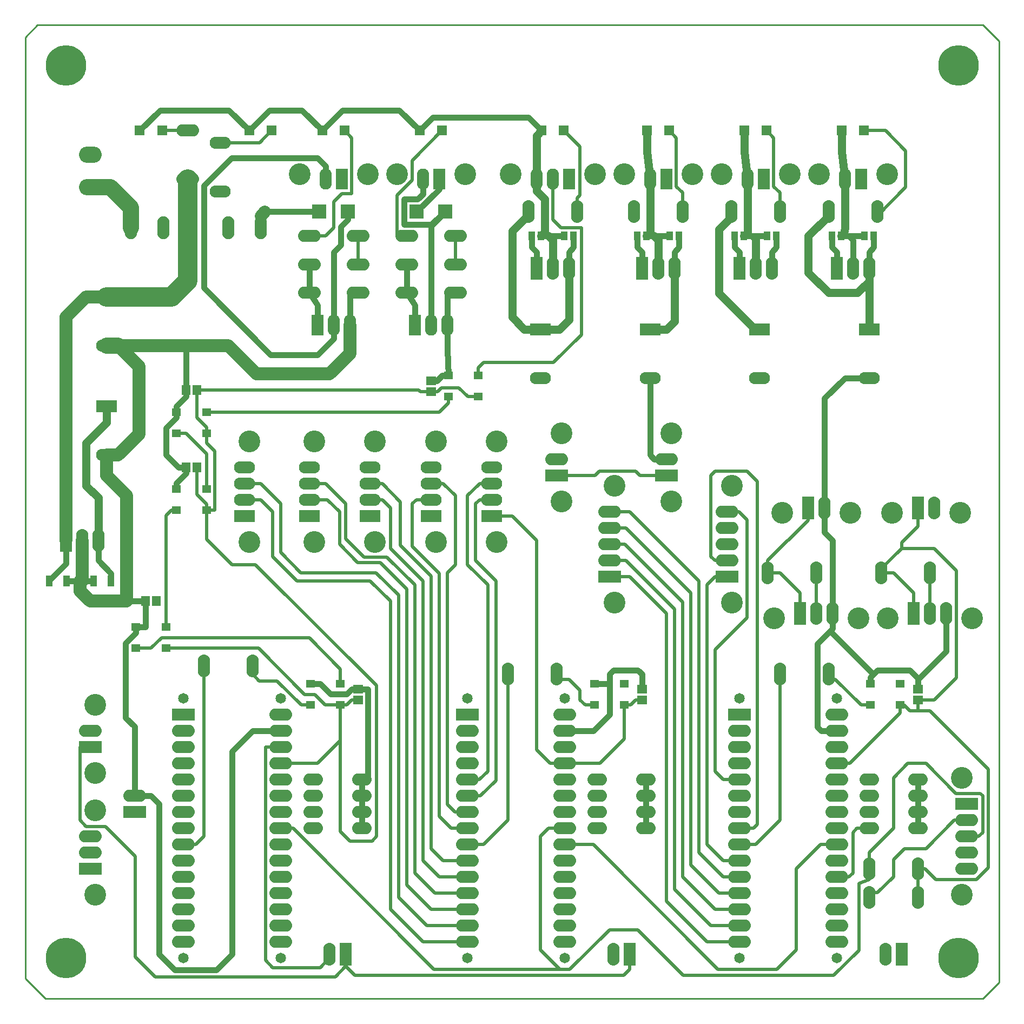
<source format=gbr>
G04 Layer_Physical_Order=1*
G04 Layer_Color=11767835*
%FSLAX45Y45*%
%MOMM*%
%TF.FileFunction,Copper,L1,Top,Signal*%
%TF.Part,Single*%
G01*
G75*
%TA.AperFunction,SMDPad,CuDef*%
%ADD10R,1.52400X1.32080*%
%ADD11R,1.32080X1.52400*%
%ADD12R,1.32080X1.21920*%
%ADD13R,1.10000X1.40000*%
%ADD14R,1.10000X1.70000*%
%ADD15R,1.50000X1.50000*%
%ADD16R,2.30000X2.30000*%
%TA.AperFunction,Conductor*%
%ADD17C,0.88900*%
%ADD18C,0.50800*%
%ADD19C,1.27000*%
%ADD20C,2.03200*%
%ADD21C,2.54000*%
%ADD22C,1.90500*%
%ADD23C,3.04800*%
%TA.AperFunction,NonConductor*%
%ADD24C,0.25400*%
%TA.AperFunction,ComponentPad*%
%ADD25O,1.90500X3.55600*%
%ADD26C,3.40360*%
%ADD27R,1.90500X3.55600*%
%ADD28C,1.65100*%
%ADD29O,3.55600X1.90500*%
%ADD30R,3.55600X1.90500*%
%ADD31R,3.30200X1.90500*%
%ADD32O,3.30200X1.90500*%
%ADD33O,1.90500X3.58140*%
%ADD34O,1.90500X3.30200*%
%ADD35R,1.90500X3.30200*%
%ADD36O,3.55600X1.90500*%
%TA.AperFunction,ViaPad*%
%ADD37C,6.35000*%
%TA.AperFunction,ComponentPad*%
%ADD38O,3.55600X2.54000*%
%ADD39O,3.04800X1.90500*%
D10*
X7747000Y7217501D02*
D03*
Y7388860D02*
D03*
X12192000D02*
D03*
Y7217501D02*
D03*
X16510001D02*
D03*
Y7388860D02*
D03*
X8890000Y12214860D02*
D03*
Y12043501D02*
D03*
D11*
X4422140Y8763000D02*
D03*
X4593499D02*
D03*
X5057140Y10858500D02*
D03*
X5228499D02*
D03*
Y12065000D02*
D03*
X5057140D02*
D03*
D12*
X7003999Y7137502D02*
D03*
Y7467600D02*
D03*
X7475220D02*
D03*
Y7137502D02*
D03*
X5379720Y10185502D02*
D03*
Y10515600D02*
D03*
X4908499D02*
D03*
Y10185502D02*
D03*
X5379720Y11392002D02*
D03*
Y11722100D02*
D03*
X4908499D02*
D03*
Y11392002D02*
D03*
X4273499Y8356600D02*
D03*
Y8026502D02*
D03*
X4744720D02*
D03*
Y8356600D02*
D03*
X9162999Y11963502D02*
D03*
Y12293600D02*
D03*
X9634220Y11963502D02*
D03*
Y12293600D02*
D03*
X11448999Y7467600D02*
D03*
Y7137502D02*
D03*
X11920220D02*
D03*
Y7467600D02*
D03*
X15766998D02*
D03*
Y7137502D02*
D03*
X16238220D02*
D03*
Y7467600D02*
D03*
D13*
X14299001Y14478000D02*
D03*
X14148999D02*
D03*
X13791000D02*
D03*
X13640999D02*
D03*
X12775001D02*
D03*
X12624999D02*
D03*
X12267001D02*
D03*
X12116999D02*
D03*
X11124001D02*
D03*
X10973999D02*
D03*
X10616001D02*
D03*
X10465999D02*
D03*
X15164999D02*
D03*
X15315001D02*
D03*
X15673000D02*
D03*
X15823001D02*
D03*
D14*
X3611499Y9080500D02*
D03*
X3881501D02*
D03*
X3183001D02*
D03*
X2912999D02*
D03*
D15*
X15669000Y16128999D02*
D03*
X15318999D02*
D03*
X14145001D02*
D03*
X13795000D02*
D03*
X12621001D02*
D03*
X12270999D02*
D03*
X10970001D02*
D03*
X10619999D02*
D03*
X9065001D02*
D03*
X8714999D02*
D03*
X7541001D02*
D03*
X7190999D02*
D03*
X6398001D02*
D03*
X6047999D02*
D03*
X4683501D02*
D03*
X4333499D02*
D03*
D16*
X9114998Y14859000D02*
D03*
X8665002D02*
D03*
X7590998D02*
D03*
X7141002D02*
D03*
D17*
X4879340Y2994660D02*
X5534660D01*
X5778500Y3238500D01*
Y6413500D01*
X6096000Y6731000D01*
X6540500D01*
X7315200Y7312660D02*
X7571740D01*
X7647940Y7388860D01*
X7747000D01*
X7907020D01*
Y5969000D01*
X7810500D01*
Y5715000D01*
Y5461000D01*
Y5207000D01*
X7315200Y7312660D02*
X7160260Y7467600D01*
X7003999D01*
X4635500Y5588000D02*
Y3238500D01*
X4879340Y2994660D01*
X4635500Y5588000D02*
X4508500Y5715000D01*
X4254500D01*
Y6799580D01*
X4112260Y6941820D01*
Y8109001D01*
X4273499Y8270240D01*
Y8356600D01*
X4422140D01*
Y8763000D01*
X4127500D01*
X3881501Y9080500D02*
Y9199499D01*
X3683000Y9398000D01*
Y9715500D01*
X3429000Y9080500D02*
X3611499D01*
X3429000D02*
X3397250D01*
X3183001D01*
X2912999D02*
Y9084818D01*
X3175000Y9346819D01*
Y9715500D01*
X4908499Y10515600D02*
Y10612120D01*
X5057140Y10760761D01*
Y10858500D01*
X4937760D01*
X4747260Y11049000D01*
Y11475720D01*
X4908499Y11636959D01*
Y11722100D01*
Y11818620D01*
X5057140Y11967261D01*
Y12065000D01*
Y12722860D01*
X5016500Y12763500D01*
X6383020Y12621260D02*
X7112000D01*
X7366000Y12875259D01*
Y13081000D01*
Y14224001D01*
X7482840Y14340840D01*
Y14628922D01*
X7590998Y14737080D01*
Y14859000D01*
X7141002D02*
X6286500D01*
X6223000Y14795500D02*
Y14605000D01*
X6985000Y14033501D02*
Y13589000D01*
X7112000Y13398500D01*
Y13081000D01*
X7620000D02*
Y13589000D01*
X7747000D01*
X8509000D02*
X8636000Y13398500D01*
Y13081000D01*
X8890000D02*
Y14661449D01*
X8917447D01*
X9114998Y14859000D01*
X8890000Y14661449D01*
X8467451D01*
Y15056551D01*
X8682944D01*
X8763000Y15136607D01*
Y15367000D01*
X9017000Y15210999D02*
Y15367000D01*
Y15210999D02*
X8665002Y14859000D01*
X8509000Y14033501D02*
Y13589000D01*
X9144000Y13081000D02*
Y13589000D01*
X9271000D01*
X9144000Y13081000D02*
Y12706299D01*
X9162999Y12293600D01*
X9065260D01*
X8986520Y12214860D01*
X8890000D01*
X10541000Y13970000D02*
Y14226540D01*
X10465999Y14301541D01*
Y14478000D01*
X10616001D02*
X10731500D01*
X10973999D01*
X11049000Y14226540D02*
X11124001Y14301541D01*
Y14478000D01*
X11049000Y14226540D02*
Y13970000D01*
X10414000Y14813280D02*
Y14859000D01*
X10414259Y16334740D02*
X10619999Y16128999D01*
X10414259Y16334740D02*
X8920739D01*
X8714999Y16128999D01*
X8397499Y16446500D01*
X7508499D01*
X7190999Y16128999D01*
X6873499Y16446500D01*
X6365499D01*
X6047999Y16128999D01*
X5730499Y16446500D01*
X4650999D01*
X4333499Y16128999D01*
X5339080Y15270480D02*
X5765800Y15697200D01*
X7112000D01*
X7239000Y15570200D01*
Y15367000D01*
X5339080Y15270480D02*
Y13665199D01*
X6383020Y12621260D01*
X11448999Y7467600D02*
X11658600D01*
X11684000Y7493000D01*
Y7620000D01*
X11747500Y7683500D01*
X11890375D01*
X12128500D01*
X12192000Y7620000D01*
Y7388860D01*
X11684000Y7493000D02*
Y6985000D01*
X11430000Y6731000D01*
X10985500D01*
X12255500Y5207000D02*
Y5461000D01*
Y5715000D01*
Y5969000D01*
X14935201Y6794500D02*
Y8077200D01*
Y8097520D02*
X15176500Y8338820D01*
Y8572500D01*
Y9712960D01*
X15049500Y9839960D01*
Y10223500D01*
Y11938000D01*
X15367000Y12255500D01*
X15748000D01*
Y13970000D02*
Y14226540D01*
X15823001Y14301541D01*
Y14478000D01*
Y14493240D01*
X15673000Y14478000D02*
X15430499D01*
X15494000Y14414500D01*
Y13970000D01*
X15430499Y14478000D02*
X15315001D01*
X15113000Y14798039D02*
Y14859000D01*
X15164999Y14478000D02*
Y14301541D01*
X15239999Y14226540D01*
Y13970000D01*
X14299001Y14301541D02*
Y14478000D01*
Y14301541D02*
X14224001Y14226540D01*
Y13970000D01*
X14148999Y14478000D02*
X13906500D01*
X13970000Y14414500D01*
X13906500Y14478000D02*
X13791000D01*
X13640999D02*
Y14301541D01*
X13716000Y14226540D01*
Y13970000D01*
X13589000Y14777721D02*
Y14859000D01*
X12775001Y14478000D02*
Y14301541D01*
X12700000Y14226540D01*
Y13970000D01*
X12624999Y14478000D02*
X12382500D01*
X12267001D01*
X12116999D02*
Y14301541D01*
X12192000Y14226540D01*
Y13970000D01*
X12319000Y12255500D02*
Y11049000D01*
X12382500Y10985500D01*
X12573000D01*
X13967461Y13017500D02*
X14033501D01*
X16954500Y8572500D02*
Y7980680D01*
X16510001Y7536180D01*
Y7556500D01*
X16383000Y7683500D01*
X15875000D01*
X15766998Y7575499D01*
X15811501Y7620000D01*
X15156180Y8275320D01*
X15133321D01*
X14935201Y8097520D02*
Y6794500D01*
X14998700Y6731000D01*
X15239999D01*
X15766998Y7467600D02*
Y7575499D01*
X16510001Y7388860D02*
Y7536180D01*
Y5969000D02*
Y5715000D01*
Y5461000D01*
Y5207000D01*
D18*
X4264660Y3192780D02*
X4572000Y2885440D01*
X7393940D01*
X7556500Y3048000D01*
X7698740Y2905760D01*
X11907520D01*
X12001500Y2999740D01*
Y3238500D01*
X12128500Y3619500D02*
X12842239Y2905760D01*
X15194279D01*
X15587981Y3299460D01*
Y4348480D01*
X15748000Y4406900D01*
Y4572000D01*
Y4826000D01*
X16128999Y5207000D01*
Y6002020D01*
X16349980Y6223000D01*
X16636726D01*
X17104086Y5755640D01*
X17485361D01*
X17525999Y5715000D01*
Y5143500D01*
X17462500Y5080000D01*
X17272000D01*
Y5334000D02*
X17081500D01*
X16637000Y4889500D01*
X16299181D01*
X16128999Y4719320D01*
Y4447540D01*
X15882620Y4201160D01*
X15748000D01*
Y4127500D01*
X15430499Y4445000D02*
X15494000Y4508500D01*
Y5143500D01*
X15557500Y5207000D01*
X15748000D01*
X15430499Y4445000D02*
X15239999D01*
Y4953000D02*
X14986000D01*
X14605000Y4572000D01*
Y3302000D01*
X14305280Y3002280D01*
X13380721D01*
X11430000Y4953000D01*
X10985500D01*
Y5207000D02*
X10731500D01*
X10604500Y5080000D01*
Y3304540D01*
X10909300Y2999740D01*
X11064240D01*
X11684000Y3619500D01*
X12128500D01*
X12573000Y4064000D02*
X13208000Y3429000D01*
X13716000D01*
Y3683000D02*
X13271500D01*
X12700000Y4254500D01*
Y8636000D01*
X11938000Y9398000D01*
X11684000D01*
Y9144000D02*
X12001500D01*
X12573000Y8572500D01*
Y4064000D01*
X12827000Y4445000D02*
X13335001Y3937000D01*
X13716000D01*
Y4191000D02*
X13398500D01*
X12953999Y4635500D01*
Y8890000D01*
X11938000Y9906000D01*
X11684000D01*
Y9652000D02*
X11927840D01*
X12827000Y8752840D01*
Y4445000D01*
X13462000D02*
X13716000D01*
X13970000Y4953000D02*
X14350999Y5334000D01*
Y7620000D01*
X15113000D02*
Y7538720D01*
X15219781D01*
X15621001Y7137502D01*
X15766998D01*
X16238220Y7012940D02*
Y7137502D01*
X16293999D01*
X16383000Y7048500D01*
X16510001D01*
X16700500D01*
X17614900Y6134100D01*
Y4592320D01*
X17426939Y4404360D01*
X16789400D01*
X16621761Y4572000D01*
X16510001D01*
Y4127500D01*
X15448280Y6223000D02*
X16238220Y7012940D01*
X16510001Y7048500D02*
Y7217501D01*
X16764000D01*
X17114520Y7568021D01*
Y9237980D01*
X16764000Y9588500D01*
X16256000D01*
Y9682480D01*
X16510001Y9936480D01*
Y10223500D01*
X16256000Y9588500D02*
X15938499Y9271000D01*
Y9207500D01*
X16128999D01*
X16446500Y8890000D01*
Y8572500D01*
X16700500D02*
Y9207500D01*
X14795500Y10030460D02*
Y10223500D01*
Y10030460D02*
X14478000Y9712960D01*
X14475459D01*
X14160500Y9398000D01*
Y9207500D01*
X14350999D01*
X14668500Y8890000D01*
Y8572500D01*
X14922501D02*
Y9207500D01*
X13835381Y10033000D02*
Y8501380D01*
X13335001Y8001000D01*
Y6096000D01*
X13462000Y5969000D01*
X13716000D01*
Y5207000D02*
X13936980D01*
X14000481Y5270500D01*
Y10637520D01*
X13837920Y10800080D01*
X13340080D01*
X13271500Y10731500D01*
Y9461500D01*
X13335001Y9398000D01*
X13525500D01*
Y9144000D02*
X13335001D01*
X13208000Y9017000D01*
Y4953000D01*
X13462000Y4699000D01*
X13716000D01*
Y4953000D02*
X13970000D01*
X13462000Y4445000D02*
X13081000Y4826000D01*
Y9080500D01*
X12001500Y10160000D01*
X11684000D01*
X12158980Y10731500D02*
X12573000D01*
X12158980D02*
X12090400Y10800080D01*
X11526520D01*
X11457940Y10731500D01*
X10858500D01*
X10160000Y10096500D02*
X10541000Y9715500D01*
Y6434176D01*
X10752176Y6223000D01*
X10985500D01*
X11539220D01*
X11920220Y6604000D01*
Y7137502D01*
X12014200D01*
X12094200Y7217501D01*
X12192000D01*
X11448999Y7137502D02*
X11303000D01*
X11224260Y7216242D01*
Y7366000D01*
X11051540Y7538720D01*
X10858500D01*
Y7620000D01*
X10096500D02*
Y5334000D01*
X9715500Y4953000D01*
X9461500D01*
Y4699000D02*
X9080500D01*
X8890000Y4889500D01*
Y9157686D01*
X8412480Y9635206D01*
Y10320020D01*
X8128000Y10604500D01*
X7937500D01*
Y10350500D02*
X8128000D01*
X8255000Y10223500D01*
Y9588500D01*
X8763000Y9080500D01*
Y4699000D01*
X9017000Y4445000D01*
X9461500D01*
Y4191000D02*
X8953500D01*
X8636000Y4508500D01*
Y9017000D01*
X8196580Y9456420D01*
X7843520D01*
X7556500Y9743440D01*
Y10287000D01*
X7239000Y10604500D01*
X6985000D01*
Y10350500D02*
X7269480D01*
X7459980Y10160000D01*
Y9652000D01*
X7744460Y9367520D01*
X8094980D01*
X8509000Y8953500D01*
Y4318000D01*
X8890000Y3937000D01*
X9461500D01*
Y3683000D02*
X8826500D01*
X8382000Y4127500D01*
Y8862060D01*
X8034020Y9210040D01*
X6855460D01*
X6540500Y9525000D01*
Y10287000D01*
X6223000Y10604500D01*
X5969000D01*
Y10350500D02*
X6223000D01*
X6413500Y10160000D01*
Y9461500D01*
X6794500Y9080500D01*
X7937500D01*
X8255000Y8763000D01*
Y3937000D01*
X8763000Y3429000D01*
X9461500D01*
X8938260Y2999740D02*
X10909300D01*
X8938260D02*
X6731000Y5207000D01*
X6540500D01*
X7475220Y5161280D02*
X7625080Y5011420D01*
X7967980D01*
X8036560Y5080000D01*
Y7442200D01*
X6144260Y9334500D01*
X5778500D01*
X5379720Y9733280D01*
Y10185502D01*
Y10279380D01*
X5228499Y10430601D01*
Y10858500D01*
X5379720Y10515600D02*
Y11069422D01*
X5057140Y11392002D01*
X4908499D01*
X5228499Y11637101D02*
X5379720Y11485880D01*
Y11392002D01*
Y11242040D01*
X5509260Y11112500D01*
Y10185502D01*
X5379720D01*
X4908499D02*
X4826000D01*
X4744720Y10104222D01*
Y8356600D01*
X4673600Y8191500D02*
X6985000D01*
X7475220Y7701280D01*
Y7467600D01*
Y7137502D02*
X7569200D01*
X7649200Y7217501D01*
X7747000D01*
X7475220Y7137502D02*
X7236358D01*
X7071360Y7302500D01*
X6913880D01*
X6189878Y8026502D01*
X4744720D01*
X5334000Y7747000D02*
Y5080000D01*
X5207000Y4953000D01*
X5016500D01*
X4264660Y4772660D02*
Y3192780D01*
Y4772660D02*
X3797300Y5240020D01*
X3492500D01*
X3398520Y5334000D01*
Y6477000D01*
X3556000D01*
X4273499Y8026502D02*
X4508602D01*
X4673600Y8191500D01*
X6096000Y7747000D02*
Y7620000D01*
X6205220Y7510780D01*
X6484722D01*
X6858000Y7137502D01*
X7003999D01*
X6540500Y6477000D02*
X6299200D01*
Y3141980D01*
X6413500Y3027680D01*
X7155180D01*
X7302500Y3175000D01*
Y3238500D01*
X7556500Y3048000D02*
Y3238500D01*
X9461500Y5207000D02*
X9207500D01*
X9017000Y5397500D01*
Y9202420D01*
X8597900Y9621520D01*
Y10287000D01*
X8661400Y10350500D01*
X8890000D01*
Y10604500D02*
X9080500D01*
X9271000Y10414000D01*
Y9334500D01*
X9144000Y9207500D01*
Y5582920D01*
X9265920Y5461000D01*
X9461500D01*
X9664700Y5715000D02*
X9906000Y5956300D01*
Y9080500D01*
X9588500Y9398000D01*
Y10287000D01*
X9652000Y10350500D01*
X9842500D01*
Y10604500D02*
X9652000D01*
X9461500Y10414000D01*
Y9334500D01*
X9779000Y9017000D01*
Y6098540D01*
X9649460Y5969000D01*
X9461500D01*
Y5715000D02*
X9664700D01*
X7475220Y7137502D02*
Y6586220D01*
Y5161280D01*
X7112000Y6223000D02*
X7475220Y6586220D01*
X7112000Y6223000D02*
X6540500D01*
X10160000Y10096500D02*
X9842500D01*
X9017000Y11722100D02*
X9162999Y11868099D01*
Y11963502D01*
X8995501Y12043501D02*
X9052560Y12100560D01*
X9329522D01*
X9466580Y11963502D01*
X9634220D01*
Y12293600D02*
Y12415520D01*
X9715500Y12496800D01*
X10807700D01*
X11244580Y12933681D01*
Y14612621D01*
X10922000D01*
X10795000Y14739619D01*
Y15367000D01*
X11176000Y15077440D02*
X11219180Y15120621D01*
Y15879820D01*
X10970001Y16128999D01*
X11176000Y15077440D02*
Y14859000D01*
X12733020Y15252699D02*
X12827000Y15158720D01*
Y14859000D01*
X12733020Y15252699D02*
Y16016982D01*
X12621001Y16128999D01*
X14145001D02*
X14257021Y16016982D01*
Y15252699D01*
X14350999Y15158720D01*
Y14859000D01*
X15875000D02*
Y14872914D01*
Y14859000D02*
Y14795500D01*
X16319501Y15239999D01*
Y15811501D01*
X16002000Y16128999D01*
X15669000D01*
X13708380Y10160000D02*
X13835381Y10033000D01*
X13708380Y10160000D02*
X13525500D01*
X15239999Y6223000D02*
X15448280D01*
X8995501Y12043501D02*
X8890000D01*
X8720999D01*
X8699500Y12065000D01*
X5228499D01*
Y11637101D01*
X5379720Y11722100D02*
X9017000D01*
X9271000Y14033501D02*
Y14478000D01*
X8597900Y15351759D02*
Y15661899D01*
X9065001Y16128999D01*
X8597900Y15351759D02*
X8359140Y15113000D01*
Y14478000D01*
X8509000D01*
X7653020Y15138400D02*
Y16016982D01*
X7541001Y16128999D01*
X7366000Y15011400D02*
X7493000Y15138400D01*
X7653020D01*
X7366000Y15011400D02*
Y14605000D01*
X7239000Y14478000D01*
X6985000D01*
X7747000Y14033501D02*
Y14478000D01*
X6207501Y15938499D02*
X6398001Y16128999D01*
X6207501Y15938499D02*
X5588000D01*
X5080000Y16128999D02*
X4683501D01*
D19*
X3683000Y9715500D02*
Y10383520D01*
X3492500Y10574020D01*
Y11242040D01*
X3810000Y11559540D01*
Y11811000D01*
X10160000Y13208000D02*
X10350500Y13017500D01*
X10604500D01*
X10896336D01*
X11049000Y13170164D01*
Y13970000D01*
X10795000Y14414500D02*
Y13970000D01*
Y14414500D02*
X10731500Y14478000D01*
X10414000Y14813280D02*
X10160000Y14559280D01*
Y13208000D01*
X10616001Y14478000D02*
X10668000Y14529999D01*
Y15053381D01*
X10541000Y15180380D01*
Y15367000D01*
Y16050002D01*
X10619999Y16128999D01*
X12319000Y14541499D02*
Y15367000D01*
X12270999Y15796001D01*
Y16128999D01*
X13589000Y14777721D02*
X13398500Y14587219D01*
Y13586459D01*
X13967461Y13017500D01*
X15113000Y13589000D02*
X15569000D01*
X15748000Y13767999D01*
Y13970000D01*
Y13767999D02*
Y13525500D01*
Y13017500D01*
X15113000Y13589000D02*
X14795500Y13906500D01*
Y14480540D01*
X15113000Y14798039D01*
X15315001Y14478000D02*
X15357288Y14512270D01*
X15367000Y14605000D01*
Y15367000D01*
X15318999Y15796001D01*
Y16128999D01*
X13970000Y14414500D02*
Y13970000D01*
X13842999Y14520139D02*
Y15367000D01*
X13795000Y15796001D01*
Y16128999D01*
X12382500Y14478000D02*
X12446000Y14414500D01*
Y13970000D01*
X12700000D02*
Y13144501D01*
X12573000Y13017500D01*
X12319000D01*
X13791000Y14478000D02*
X13842999Y14520139D01*
X12316557Y14518156D02*
X12319000Y14541499D01*
X12316557Y14518156D02*
X12267001Y14478000D01*
D20*
X4127500Y8763000D02*
Y10414000D01*
X3810000Y10731500D01*
Y11049000D01*
X3995420D01*
X4318000Y11371580D01*
Y12440920D01*
X3995420Y12763500D01*
X5016500D01*
X5715000D01*
X6159500Y12319000D01*
X7302500D01*
X7620000Y12636500D01*
Y13081000D01*
X3810000Y13525500D02*
X3492500D01*
X3175000Y13208000D01*
Y9715500D01*
X3429000D02*
Y9080500D01*
X3397250D02*
Y8921750D01*
X3556000Y8763000D01*
X4127500D01*
D21*
X3995420Y12763500D02*
X3810000D01*
X4191000Y14605000D02*
Y14922501D01*
X3873500Y15239999D01*
X3558540D01*
D22*
X6223000Y14795500D02*
X6286500Y14859000D01*
D23*
X5080000Y13779500D02*
Y15367000D01*
X3810000Y13525500D02*
X4826000D01*
X5080000Y13779500D01*
D24*
X2857500Y2540000D02*
X17525999D01*
X17780000Y2794000D01*
Y17525999D01*
X17525999Y17780000D01*
X2730500D01*
X2540000Y17589500D01*
Y2857500D01*
X2857500Y2540000D01*
D25*
X7302500Y3238500D02*
D03*
X10858500Y7620000D02*
D03*
X10096500D02*
D03*
X14160500Y9207500D02*
D03*
X14922501Y8572500D02*
D03*
X15176500D02*
D03*
X14922501Y9207500D02*
D03*
X15938499D02*
D03*
X16700500Y8572500D02*
D03*
X16954500D02*
D03*
X16700500Y9207500D02*
D03*
X16764000Y10223500D02*
D03*
X15049500D02*
D03*
X14350999Y7620000D02*
D03*
X15113000D02*
D03*
X15748000Y4572000D02*
D03*
Y4127500D02*
D03*
X16002000Y3238500D02*
D03*
X16510001Y4127500D02*
D03*
Y4572000D02*
D03*
X11747500Y3238500D02*
D03*
X6096000Y7747000D02*
D03*
X5334000D02*
D03*
X3683000Y9715500D02*
D03*
X3429000D02*
D03*
X10414000Y14859000D02*
D03*
X10795000Y13970000D02*
D03*
X11049000D02*
D03*
X12065000Y14859000D02*
D03*
X12446000Y13970000D02*
D03*
X12700000D02*
D03*
X12827000Y14859000D02*
D03*
X13589000D02*
D03*
X13970000Y13970000D02*
D03*
X14224001D02*
D03*
X14350999Y14859000D02*
D03*
X15113000D02*
D03*
X15494000Y13970000D02*
D03*
X15748000D02*
D03*
X15875000Y14859000D02*
D03*
X11176000D02*
D03*
D26*
X3632200Y4165600D02*
D03*
Y5486400D02*
D03*
Y6070600D02*
D03*
Y7137400D02*
D03*
X6045200Y9690100D02*
D03*
X7061200D02*
D03*
X8013700D02*
D03*
X8966200D02*
D03*
X9918700D02*
D03*
X10934700Y10325100D02*
D03*
X11760200Y10566400D02*
D03*
X12649200Y10325100D02*
D03*
X13601700Y10566400D02*
D03*
X14389101Y10147300D02*
D03*
X15455901D02*
D03*
X16103600D02*
D03*
X17170399D02*
D03*
X16040100Y8496300D02*
D03*
X15582899D02*
D03*
X14262100D02*
D03*
X13601700Y8737600D02*
D03*
X11760200D02*
D03*
X9918700Y11264900D02*
D03*
X8966200D02*
D03*
X8013700D02*
D03*
X7061200D02*
D03*
X6045200D02*
D03*
X10134600Y15443201D02*
D03*
X9423400D02*
D03*
X8356600D02*
D03*
X7899400D02*
D03*
X6832600D02*
D03*
X10934700Y11391900D02*
D03*
X12649200D02*
D03*
X16027400Y15443201D02*
D03*
X14960600D02*
D03*
X14503400D02*
D03*
X13436600D02*
D03*
X12979401D02*
D03*
X11912600D02*
D03*
X11455400D02*
D03*
X17360899Y8496300D02*
D03*
X17195799Y5994400D02*
D03*
Y4165600D02*
D03*
D27*
X7556500Y3238500D02*
D03*
X12001500D02*
D03*
X16256000D02*
D03*
X16446500Y8572500D02*
D03*
X16510001Y10223500D02*
D03*
X14795500D02*
D03*
X14668500Y8572500D02*
D03*
X15239999Y13970000D02*
D03*
X13716000D02*
D03*
X12192000D02*
D03*
X10541000D02*
D03*
X3175000Y9715500D02*
D03*
D28*
X5016500Y3175000D02*
D03*
X6540500D02*
D03*
X9461500D02*
D03*
X10985500D02*
D03*
X13716000D02*
D03*
X15239999D02*
D03*
Y7239000D02*
D03*
X13716000D02*
D03*
X10985500D02*
D03*
X9461500D02*
D03*
X6540500D02*
D03*
X5016500D02*
D03*
D29*
X3556000Y4826000D02*
D03*
Y5080000D02*
D03*
X4254500Y5715000D02*
D03*
X3556000Y6731000D02*
D03*
X5016500Y4953000D02*
D03*
Y4699000D02*
D03*
Y4445000D02*
D03*
Y4191000D02*
D03*
Y3937000D02*
D03*
Y3683000D02*
D03*
Y3429000D02*
D03*
X6540500D02*
D03*
Y3683000D02*
D03*
Y3937000D02*
D03*
Y4191000D02*
D03*
Y4445000D02*
D03*
Y4699000D02*
D03*
Y4953000D02*
D03*
Y5207000D02*
D03*
Y5461000D02*
D03*
Y5715000D02*
D03*
Y5969000D02*
D03*
Y6223000D02*
D03*
Y6477000D02*
D03*
Y6731000D02*
D03*
Y6985000D02*
D03*
X5016500Y6731000D02*
D03*
Y6477000D02*
D03*
Y6223000D02*
D03*
Y5969000D02*
D03*
Y5715000D02*
D03*
Y5461000D02*
D03*
Y5207000D02*
D03*
X9461500Y3429000D02*
D03*
Y3683000D02*
D03*
Y3937000D02*
D03*
Y4191000D02*
D03*
Y4445000D02*
D03*
Y4699000D02*
D03*
Y4953000D02*
D03*
Y5207000D02*
D03*
Y5461000D02*
D03*
Y5715000D02*
D03*
Y5969000D02*
D03*
Y6223000D02*
D03*
Y6477000D02*
D03*
Y6731000D02*
D03*
X10985500Y5207000D02*
D03*
Y4953000D02*
D03*
Y4699000D02*
D03*
Y4445000D02*
D03*
Y4191000D02*
D03*
Y3937000D02*
D03*
Y3683000D02*
D03*
Y3429000D02*
D03*
Y5461000D02*
D03*
Y5715000D02*
D03*
Y5969000D02*
D03*
Y6223000D02*
D03*
Y6477000D02*
D03*
Y6731000D02*
D03*
Y6985000D02*
D03*
X11684000Y9398000D02*
D03*
Y9652000D02*
D03*
Y9906000D02*
D03*
Y10160000D02*
D03*
X10858500Y10985500D02*
D03*
X12573000D02*
D03*
X13525500Y9906000D02*
D03*
Y9652000D02*
D03*
Y9398000D02*
D03*
Y10160000D02*
D03*
X15239999Y6985000D02*
D03*
Y6731000D02*
D03*
Y6477000D02*
D03*
Y6223000D02*
D03*
Y5969000D02*
D03*
Y5715000D02*
D03*
Y5461000D02*
D03*
Y5207000D02*
D03*
Y4953000D02*
D03*
Y4699000D02*
D03*
Y4445000D02*
D03*
Y4191000D02*
D03*
Y3937000D02*
D03*
Y3683000D02*
D03*
Y3429000D02*
D03*
X13716000Y4699000D02*
D03*
Y4953000D02*
D03*
Y4445000D02*
D03*
Y4191000D02*
D03*
Y3937000D02*
D03*
Y3683000D02*
D03*
Y3429000D02*
D03*
Y5207000D02*
D03*
Y5461000D02*
D03*
Y5715000D02*
D03*
Y5969000D02*
D03*
Y6223000D02*
D03*
Y6477000D02*
D03*
Y6731000D02*
D03*
X17272000Y4572000D02*
D03*
Y4826000D02*
D03*
Y5080000D02*
D03*
Y5334000D02*
D03*
X5080000Y16128999D02*
D03*
Y15367000D02*
D03*
D30*
X3556000Y4572000D02*
D03*
X4254500Y5461000D02*
D03*
X3556000Y6477000D02*
D03*
X5016500Y6985000D02*
D03*
X9461500D02*
D03*
X11684000Y9144000D02*
D03*
X12573000Y10731500D02*
D03*
X13525500Y9144000D02*
D03*
X13716000Y6985000D02*
D03*
X17272000Y5588000D02*
D03*
X10858500Y10731500D02*
D03*
D31*
X9842500Y10096500D02*
D03*
X8890000D02*
D03*
X7937500D02*
D03*
X6985000D02*
D03*
X5969000D02*
D03*
X3810000Y11811000D02*
D03*
Y13525500D02*
D03*
X10604500Y13017500D02*
D03*
X12319000D02*
D03*
X14033501D02*
D03*
X15748000D02*
D03*
D32*
X9842500Y10350500D02*
D03*
Y10604500D02*
D03*
Y10858500D02*
D03*
X8890000D02*
D03*
Y10604500D02*
D03*
Y10350500D02*
D03*
X7937500Y10858500D02*
D03*
Y10604500D02*
D03*
Y10350500D02*
D03*
X6985000Y10858500D02*
D03*
Y10604500D02*
D03*
Y10350500D02*
D03*
X5969000Y10858500D02*
D03*
Y10604500D02*
D03*
Y10350500D02*
D03*
X3810000Y12763500D02*
D03*
Y11049000D02*
D03*
X5588000Y15176500D02*
D03*
Y15938499D02*
D03*
X10604500Y12255500D02*
D03*
X12319000D02*
D03*
X14033501D02*
D03*
X15748000D02*
D03*
D33*
X6223000Y14605000D02*
D03*
X5715000D02*
D03*
X4699000D02*
D03*
X4191000D02*
D03*
D34*
X9144000Y13081000D02*
D03*
X8890000D02*
D03*
X7620000D02*
D03*
X7366000D02*
D03*
X8763000Y15367000D02*
D03*
X7239000D02*
D03*
X10541000D02*
D03*
X10795000D02*
D03*
X12319000D02*
D03*
X13842999D02*
D03*
X15367000D02*
D03*
D35*
X8636000Y13081000D02*
D03*
X7112000D02*
D03*
X9017000Y15367000D02*
D03*
X7493000D02*
D03*
X11049000D02*
D03*
X12573000D02*
D03*
X14097000D02*
D03*
X15621001D02*
D03*
D36*
X9271000Y13589000D02*
D03*
Y14033501D02*
D03*
Y14478000D02*
D03*
X8509000D02*
D03*
Y14033501D02*
D03*
Y13589000D02*
D03*
X7747000Y14478000D02*
D03*
Y14033501D02*
D03*
Y13589000D02*
D03*
X6985000Y14478000D02*
D03*
Y14033501D02*
D03*
Y13589000D02*
D03*
D37*
X3175000Y3175000D02*
D03*
X17145000D02*
D03*
Y17145000D02*
D03*
X3175000D02*
D03*
D38*
X3558540Y15239999D02*
D03*
Y15750108D02*
D03*
D39*
X7048500Y5207000D02*
D03*
Y5461000D02*
D03*
Y5715000D02*
D03*
Y5969000D02*
D03*
X7810500Y5207000D02*
D03*
Y5461000D02*
D03*
Y5715000D02*
D03*
Y5969000D02*
D03*
X11493500Y5207000D02*
D03*
Y5461000D02*
D03*
Y5715000D02*
D03*
Y5969000D02*
D03*
X12255500Y5207000D02*
D03*
Y5461000D02*
D03*
Y5715000D02*
D03*
Y5969000D02*
D03*
X15748000Y5207000D02*
D03*
Y5461000D02*
D03*
Y5715000D02*
D03*
Y5969000D02*
D03*
X16510001Y5207000D02*
D03*
Y5461000D02*
D03*
Y5715000D02*
D03*
Y5969000D02*
D03*
%TF.MD5,E984ADDE62D23F5FF7199DF7B9766692*%
M02*

</source>
